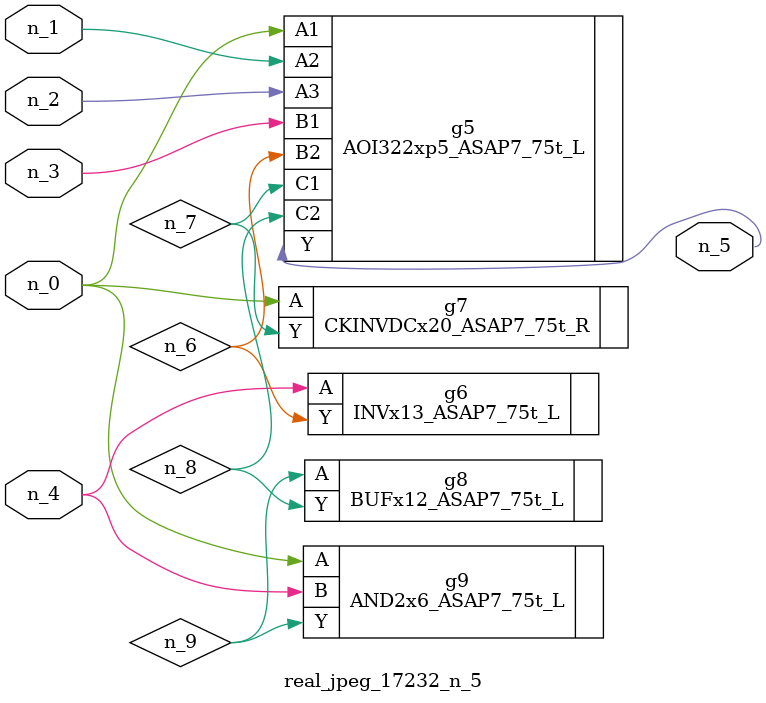
<source format=v>
module real_jpeg_17232_n_5 (n_4, n_0, n_1, n_2, n_3, n_5);

input n_4;
input n_0;
input n_1;
input n_2;
input n_3;

output n_5;

wire n_8;
wire n_6;
wire n_7;
wire n_9;

AOI322xp5_ASAP7_75t_L g5 ( 
.A1(n_0),
.A2(n_1),
.A3(n_2),
.B1(n_3),
.B2(n_6),
.C1(n_7),
.C2(n_8),
.Y(n_5)
);

CKINVDCx20_ASAP7_75t_R g7 ( 
.A(n_0),
.Y(n_7)
);

AND2x6_ASAP7_75t_L g9 ( 
.A(n_0),
.B(n_4),
.Y(n_9)
);

INVx13_ASAP7_75t_L g6 ( 
.A(n_4),
.Y(n_6)
);

BUFx12_ASAP7_75t_L g8 ( 
.A(n_9),
.Y(n_8)
);


endmodule
</source>
